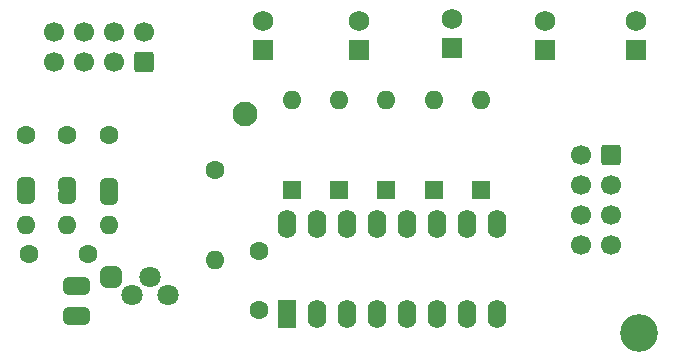
<source format=gbr>
%TF.GenerationSoftware,KiCad,Pcbnew,9.0.2*%
%TF.CreationDate,2025-06-11T23:47:40-06:00*%
%TF.ProjectId,Isolinear Board PCB,49736f6c-696e-4656-9172-20426f617264,rev?*%
%TF.SameCoordinates,Original*%
%TF.FileFunction,Soldermask,Bot*%
%TF.FilePolarity,Negative*%
%FSLAX46Y46*%
G04 Gerber Fmt 4.6, Leading zero omitted, Abs format (unit mm)*
G04 Created by KiCad (PCBNEW 9.0.2) date 2025-06-11 23:47:40*
%MOMM*%
%LPD*%
G01*
G04 APERTURE LIST*
G04 Aperture macros list*
%AMRoundRect*
0 Rectangle with rounded corners*
0 $1 Rounding radius*
0 $2 $3 $4 $5 $6 $7 $8 $9 X,Y pos of 4 corners*
0 Add a 4 corners polygon primitive as box body*
4,1,4,$2,$3,$4,$5,$6,$7,$8,$9,$2,$3,0*
0 Add four circle primitives for the rounded corners*
1,1,$1+$1,$2,$3*
1,1,$1+$1,$4,$5*
1,1,$1+$1,$6,$7*
1,1,$1+$1,$8,$9*
0 Add four rect primitives between the rounded corners*
20,1,$1+$1,$2,$3,$4,$5,0*
20,1,$1+$1,$4,$5,$6,$7,0*
20,1,$1+$1,$6,$7,$8,$9,0*
20,1,$1+$1,$8,$9,$2,$3,0*%
%AMFreePoly0*
4,1,23,0.500000,-0.750000,0.000000,-0.750000,0.000000,-0.745722,-0.065263,-0.745722,-0.191342,-0.711940,-0.304381,-0.646677,-0.396677,-0.554381,-0.461940,-0.441342,-0.495722,-0.315263,-0.495722,-0.250000,-0.500000,-0.250000,-0.500000,0.250000,-0.495722,0.250000,-0.495722,0.315263,-0.461940,0.441342,-0.396677,0.554381,-0.304381,0.646677,-0.191342,0.711940,-0.065263,0.745722,0.000000,0.745722,
0.000000,0.750000,0.500000,0.750000,0.500000,-0.750000,0.500000,-0.750000,$1*%
%AMFreePoly1*
4,1,23,0.000000,0.745722,0.065263,0.745722,0.191342,0.711940,0.304381,0.646677,0.396677,0.554381,0.461940,0.441342,0.495722,0.315263,0.495722,0.250000,0.500000,0.250000,0.500000,-0.250000,0.495722,-0.250000,0.495722,-0.315263,0.461940,-0.441342,0.396677,-0.554381,0.304381,-0.646677,0.191342,-0.711940,0.065263,-0.745722,0.000000,-0.745722,0.000000,-0.750000,-0.500000,-0.750000,
-0.500000,0.750000,0.000000,0.750000,0.000000,0.745722,0.000000,0.745722,$1*%
G04 Aperture macros list end*
%ADD10C,0.200000*%
%ADD11C,1.600000*%
%ADD12O,1.600000X1.600000*%
%ADD13RoundRect,0.450000X-0.450000X-0.450000X0.450000X-0.450000X0.450000X0.450000X-0.450000X0.450000X0*%
%ADD14C,1.800000*%
%ADD15R,1.600000X1.600000*%
%ADD16C,3.200000*%
%ADD17R,1.600000X2.400000*%
%ADD18O,1.600000X2.400000*%
%ADD19C,2.100000*%
%ADD20RoundRect,0.250000X0.600000X0.600000X-0.600000X0.600000X-0.600000X-0.600000X0.600000X-0.600000X0*%
%ADD21C,1.700000*%
%ADD22R,1.750000X1.750000*%
%ADD23C,1.750000*%
%ADD24FreePoly0,180.000000*%
%ADD25FreePoly1,180.000000*%
%ADD26FreePoly0,270.000000*%
%ADD27FreePoly1,270.000000*%
%ADD28FreePoly0,90.000000*%
%ADD29FreePoly1,90.000000*%
%ADD30RoundRect,0.250000X0.600000X-0.600000X0.600000X0.600000X-0.600000X0.600000X-0.600000X-0.600000X0*%
%ADD31FreePoly0,0.000000*%
%ADD32FreePoly1,0.000000*%
G04 APERTURE END LIST*
D10*
X120000000Y-144000000D02*
X121500000Y-144000000D01*
X121500000Y-145000000D01*
X120000000Y-145000000D01*
X120000000Y-144000000D01*
G36*
X120000000Y-144000000D02*
G01*
X121500000Y-144000000D01*
X121500000Y-145000000D01*
X120000000Y-145000000D01*
X120000000Y-144000000D01*
G37*
X119500000Y-133000000D02*
X120500000Y-133000000D01*
X120500000Y-134750000D01*
X119500000Y-134750000D01*
X119500000Y-133000000D01*
G36*
X119500000Y-133000000D02*
G01*
X120500000Y-133000000D01*
X120500000Y-134750000D01*
X119500000Y-134750000D01*
X119500000Y-133000000D01*
G37*
X123000000Y-133250000D02*
X124000000Y-133250000D01*
X124000000Y-134750000D01*
X123000000Y-134750000D01*
X123000000Y-133250000D01*
G36*
X123000000Y-133250000D02*
G01*
X124000000Y-133250000D01*
X124000000Y-134750000D01*
X123000000Y-134750000D01*
X123000000Y-133250000D01*
G37*
X120000000Y-141500000D02*
X121500000Y-141500000D01*
X121500000Y-142500000D01*
X120000000Y-142500000D01*
X120000000Y-141500000D01*
G36*
X120000000Y-141500000D02*
G01*
X121500000Y-141500000D01*
X121500000Y-142500000D01*
X120000000Y-142500000D01*
X120000000Y-141500000D01*
G37*
X116000000Y-133000000D02*
X117000000Y-133000000D01*
X117000000Y-134750000D01*
X116000000Y-134750000D01*
X116000000Y-133000000D01*
G36*
X116000000Y-133000000D02*
G01*
X117000000Y-133000000D01*
X117000000Y-134750000D01*
X116000000Y-134750000D01*
X116000000Y-133000000D01*
G37*
%TO.C,JP4*%
G36*
X120900000Y-141250000D02*
G01*
X120600000Y-141250000D01*
X120600000Y-142750000D01*
X120900000Y-142750000D01*
X120900000Y-141250000D01*
G37*
%TO.C,JP3*%
G36*
X115750000Y-133750000D02*
G01*
X117250000Y-133750000D01*
X117250000Y-134050000D01*
X115750000Y-134050000D01*
X115750000Y-133750000D01*
G37*
%TO.C,JP2*%
G36*
X120750000Y-134050000D02*
G01*
X119250000Y-134050000D01*
X119250000Y-133750000D01*
X120750000Y-133750000D01*
X120750000Y-134050000D01*
G37*
%TO.C,JP5*%
G36*
X120600000Y-145250000D02*
G01*
X120900000Y-145250000D01*
X120900000Y-143750000D01*
X120600000Y-143750000D01*
X120600000Y-145250000D01*
G37*
%TO.C,JP1*%
G36*
X124250000Y-134150000D02*
G01*
X122750000Y-134150000D01*
X122750000Y-133850000D01*
X124250000Y-133850000D01*
X124250000Y-134150000D01*
G37*
%TD*%
D11*
%TO.C,R1*%
X132500000Y-132190000D03*
D12*
X132500000Y-139810000D03*
%TD*%
D13*
%TO.C,D1*%
X123700000Y-141240000D03*
D14*
X125478000Y-142764000D03*
X127002000Y-141240000D03*
X128526000Y-142764000D03*
%TD*%
D11*
%TO.C,R3*%
X120000000Y-129190000D03*
D12*
X120000000Y-136810000D03*
%TD*%
D15*
%TO.C,D6*%
X143000000Y-133810000D03*
D12*
X143000000Y-126190000D03*
%TD*%
D15*
%TO.C,D4*%
X151000000Y-133810000D03*
D12*
X151000000Y-126190000D03*
%TD*%
D15*
%TO.C,D5*%
X155000000Y-133810000D03*
D12*
X155000000Y-126190000D03*
%TD*%
D15*
%TO.C,D2*%
X139000000Y-133810000D03*
D12*
X139000000Y-126190000D03*
%TD*%
D11*
%TO.C,R4*%
X123500000Y-129190000D03*
D12*
X123500000Y-136810000D03*
%TD*%
D16*
%TO.C,H1*%
X168400000Y-146000000D03*
%TD*%
D15*
%TO.C,D3*%
X147000000Y-133810000D03*
D12*
X147000000Y-126190000D03*
%TD*%
D17*
%TO.C,U1*%
X138625000Y-144325000D03*
D18*
X141165000Y-144325000D03*
X143705000Y-144325000D03*
X146245000Y-144325000D03*
X148785000Y-144325000D03*
X151325000Y-144325000D03*
X153865000Y-144325000D03*
X156405000Y-144325000D03*
X156405000Y-136705000D03*
X153865000Y-136705000D03*
X151325000Y-136705000D03*
X148785000Y-136705000D03*
X146245000Y-136705000D03*
X143705000Y-136705000D03*
X141165000Y-136705000D03*
X138625000Y-136705000D03*
%TD*%
D19*
%TO.C,H2*%
X135000000Y-127400000D03*
%TD*%
D11*
%TO.C,R2*%
X116500000Y-129190000D03*
D12*
X116500000Y-136810000D03*
%TD*%
D20*
%TO.C,J7*%
X166000000Y-130880000D03*
D21*
X163460000Y-130880000D03*
X166000000Y-133420000D03*
X163460000Y-133420000D03*
X166000000Y-135960000D03*
X163460000Y-135960000D03*
X166000000Y-138500000D03*
X163460000Y-138500000D03*
%TD*%
D22*
%TO.C,J5*%
X168125000Y-122000000D03*
D23*
X168125000Y-119500000D03*
%TD*%
D24*
%TO.C,JP4*%
X121400000Y-142000000D03*
D25*
X120100000Y-142000000D03*
%TD*%
D11*
%TO.C,C1*%
X121750000Y-139250000D03*
X116750000Y-139250000D03*
%TD*%
%TO.C,C2*%
X136250000Y-139000000D03*
X136250000Y-144000000D03*
%TD*%
D26*
%TO.C,JP3*%
X116500000Y-133250000D03*
D27*
X116500000Y-134550000D03*
%TD*%
D28*
%TO.C,JP2*%
X120000000Y-134550000D03*
D29*
X120000000Y-133250000D03*
%TD*%
D22*
%TO.C,J1*%
X136600000Y-122000000D03*
D23*
X136600000Y-119500000D03*
%TD*%
D30*
%TO.C,J6*%
X126500000Y-123040000D03*
D21*
X126500000Y-120500000D03*
X123960000Y-123040000D03*
X123960000Y-120500000D03*
X121420000Y-123040000D03*
X121420000Y-120500000D03*
X118880000Y-123040000D03*
X118880000Y-120500000D03*
%TD*%
D22*
%TO.C,J2*%
X144725000Y-122000000D03*
D23*
X144725000Y-119500000D03*
%TD*%
D31*
%TO.C,JP5*%
X120100000Y-144500000D03*
D32*
X121400000Y-144500000D03*
%TD*%
D22*
%TO.C,J4*%
X160400000Y-122000000D03*
D23*
X160400000Y-119500000D03*
%TD*%
D28*
%TO.C,JP1*%
X123500000Y-134650000D03*
D29*
X123500000Y-133350000D03*
%TD*%
D22*
%TO.C,J3*%
X152525000Y-121850000D03*
D23*
X152525000Y-119350000D03*
%TD*%
M02*

</source>
